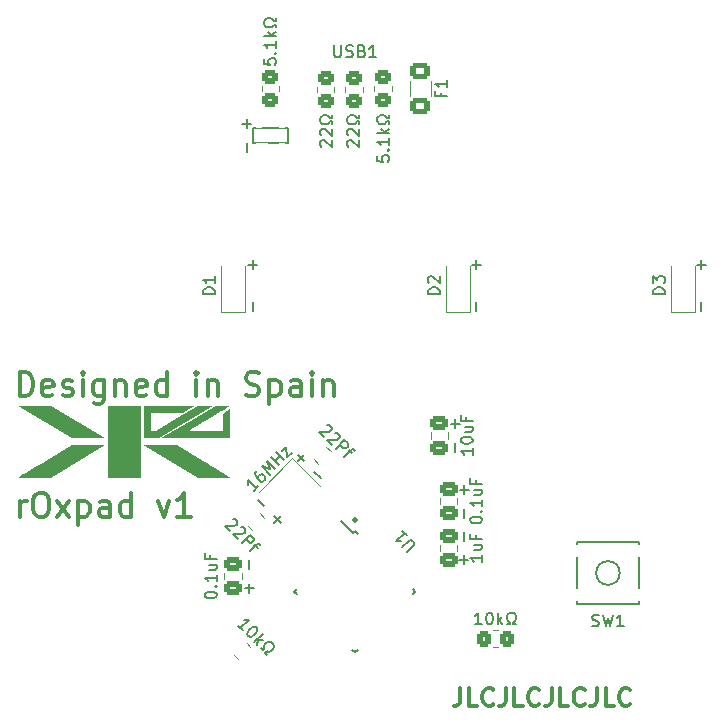
<source format=gbr>
%TF.GenerationSoftware,KiCad,Pcbnew,6.0.9*%
%TF.CreationDate,2022-12-09T21:33:21+01:00*%
%TF.ProjectId,rOxpad,724f7870-6164-42e6-9b69-6361645f7063,rev?*%
%TF.SameCoordinates,Original*%
%TF.FileFunction,Legend,Top*%
%TF.FilePolarity,Positive*%
%FSLAX46Y46*%
G04 Gerber Fmt 4.6, Leading zero omitted, Abs format (unit mm)*
G04 Created by KiCad (PCBNEW 6.0.9) date 2022-12-09 21:33:21*
%MOMM*%
%LPD*%
G01*
G04 APERTURE LIST*
G04 Aperture macros list*
%AMRoundRect*
0 Rectangle with rounded corners*
0 $1 Rounding radius*
0 $2 $3 $4 $5 $6 $7 $8 $9 X,Y pos of 4 corners*
0 Add a 4 corners polygon primitive as box body*
4,1,4,$2,$3,$4,$5,$6,$7,$8,$9,$2,$3,0*
0 Add four circle primitives for the rounded corners*
1,1,$1+$1,$2,$3*
1,1,$1+$1,$4,$5*
1,1,$1+$1,$6,$7*
1,1,$1+$1,$8,$9*
0 Add four rect primitives between the rounded corners*
20,1,$1+$1,$2,$3,$4,$5,0*
20,1,$1+$1,$4,$5,$6,$7,0*
20,1,$1+$1,$6,$7,$8,$9,0*
20,1,$1+$1,$8,$9,$2,$3,0*%
%AMRotRect*
0 Rectangle, with rotation*
0 The origin of the aperture is its center*
0 $1 length*
0 $2 width*
0 $3 Rotation angle, in degrees counterclockwise*
0 Add horizontal line*
21,1,$1,$2,0,0,$3*%
G04 Aperture macros list end*
%ADD10C,0.150000*%
%ADD11C,0.300000*%
%ADD12C,0.120000*%
%ADD13R,1.800000X1.100000*%
%ADD14RoundRect,0.250000X-0.450000X0.350000X-0.450000X-0.350000X0.450000X-0.350000X0.450000X0.350000X0*%
%ADD15R,1.200000X0.900000*%
%ADD16RoundRect,0.250000X0.475000X-0.337500X0.475000X0.337500X-0.475000X0.337500X-0.475000X-0.337500X0*%
%ADD17RoundRect,0.250000X-0.574524X-0.097227X-0.097227X-0.574524X0.574524X0.097227X0.097227X0.574524X0*%
%ADD18RoundRect,0.250000X0.350000X0.450000X-0.350000X0.450000X-0.350000X-0.450000X0.350000X-0.450000X0*%
%ADD19RoundRect,0.250000X0.565685X0.070711X0.070711X0.565685X-0.565685X-0.070711X-0.070711X-0.565685X0*%
%ADD20RotRect,1.400000X1.200000X225.000000*%
%ADD21R,1.000000X0.700000*%
%ADD22R,0.600000X0.700000*%
%ADD23RoundRect,0.250000X-0.475000X0.337500X-0.475000X-0.337500X0.475000X-0.337500X0.475000X0.337500X0*%
%ADD24RotRect,1.600000X0.550000X315.000000*%
%ADD25RotRect,1.600000X0.550000X45.000000*%
%ADD26RoundRect,0.250000X0.574524X0.097227X0.097227X0.574524X-0.574524X-0.097227X-0.097227X-0.574524X0*%
%ADD27RoundRect,0.250001X-0.624999X0.462499X-0.624999X-0.462499X0.624999X-0.462499X0.624999X0.462499X0*%
%ADD28C,0.650000*%
%ADD29R,0.600000X2.450000*%
%ADD30R,0.300000X2.450000*%
%ADD31C,3.987800*%
%ADD32C,1.750000*%
%ADD33C,3.300000*%
G04 APERTURE END LIST*
D10*
X104277988Y-105192973D02*
X103739240Y-104654225D01*
X102863774Y-103778759D02*
X102325026Y-103240011D01*
X102863774Y-103240011D02*
X102325026Y-103778759D01*
D11*
X78789285Y-98250261D02*
X78789285Y-96250261D01*
X79265476Y-96250261D01*
X79551190Y-96345500D01*
X79741666Y-96535976D01*
X79836904Y-96726452D01*
X79932142Y-97107404D01*
X79932142Y-97393119D01*
X79836904Y-97774071D01*
X79741666Y-97964547D01*
X79551190Y-98155023D01*
X79265476Y-98250261D01*
X78789285Y-98250261D01*
X81551190Y-98155023D02*
X81360714Y-98250261D01*
X80979761Y-98250261D01*
X80789285Y-98155023D01*
X80694047Y-97964547D01*
X80694047Y-97202642D01*
X80789285Y-97012166D01*
X80979761Y-96916928D01*
X81360714Y-96916928D01*
X81551190Y-97012166D01*
X81646428Y-97202642D01*
X81646428Y-97393119D01*
X80694047Y-97583595D01*
X82408333Y-98155023D02*
X82598809Y-98250261D01*
X82979761Y-98250261D01*
X83170238Y-98155023D01*
X83265476Y-97964547D01*
X83265476Y-97869309D01*
X83170238Y-97678833D01*
X82979761Y-97583595D01*
X82694047Y-97583595D01*
X82503571Y-97488357D01*
X82408333Y-97297880D01*
X82408333Y-97202642D01*
X82503571Y-97012166D01*
X82694047Y-96916928D01*
X82979761Y-96916928D01*
X83170238Y-97012166D01*
X84122619Y-98250261D02*
X84122619Y-96916928D01*
X84122619Y-96250261D02*
X84027380Y-96345500D01*
X84122619Y-96440738D01*
X84217857Y-96345500D01*
X84122619Y-96250261D01*
X84122619Y-96440738D01*
X85932142Y-96916928D02*
X85932142Y-98535976D01*
X85836904Y-98726452D01*
X85741666Y-98821690D01*
X85551190Y-98916928D01*
X85265476Y-98916928D01*
X85075000Y-98821690D01*
X85932142Y-98155023D02*
X85741666Y-98250261D01*
X85360714Y-98250261D01*
X85170238Y-98155023D01*
X85075000Y-98059785D01*
X84979761Y-97869309D01*
X84979761Y-97297880D01*
X85075000Y-97107404D01*
X85170238Y-97012166D01*
X85360714Y-96916928D01*
X85741666Y-96916928D01*
X85932142Y-97012166D01*
X86884523Y-96916928D02*
X86884523Y-98250261D01*
X86884523Y-97107404D02*
X86979761Y-97012166D01*
X87170238Y-96916928D01*
X87455952Y-96916928D01*
X87646428Y-97012166D01*
X87741666Y-97202642D01*
X87741666Y-98250261D01*
X89455952Y-98155023D02*
X89265476Y-98250261D01*
X88884523Y-98250261D01*
X88694047Y-98155023D01*
X88598809Y-97964547D01*
X88598809Y-97202642D01*
X88694047Y-97012166D01*
X88884523Y-96916928D01*
X89265476Y-96916928D01*
X89455952Y-97012166D01*
X89551190Y-97202642D01*
X89551190Y-97393119D01*
X88598809Y-97583595D01*
X91265476Y-98250261D02*
X91265476Y-96250261D01*
X91265476Y-98155023D02*
X91075000Y-98250261D01*
X90694047Y-98250261D01*
X90503571Y-98155023D01*
X90408333Y-98059785D01*
X90313095Y-97869309D01*
X90313095Y-97297880D01*
X90408333Y-97107404D01*
X90503571Y-97012166D01*
X90694047Y-96916928D01*
X91075000Y-96916928D01*
X91265476Y-97012166D01*
X93741666Y-98250261D02*
X93741666Y-96916928D01*
X93741666Y-96250261D02*
X93646428Y-96345500D01*
X93741666Y-96440738D01*
X93836904Y-96345500D01*
X93741666Y-96250261D01*
X93741666Y-96440738D01*
X94694047Y-96916928D02*
X94694047Y-98250261D01*
X94694047Y-97107404D02*
X94789285Y-97012166D01*
X94979761Y-96916928D01*
X95265476Y-96916928D01*
X95455952Y-97012166D01*
X95551190Y-97202642D01*
X95551190Y-98250261D01*
X97932142Y-98155023D02*
X98217857Y-98250261D01*
X98694047Y-98250261D01*
X98884523Y-98155023D01*
X98979761Y-98059785D01*
X99075000Y-97869309D01*
X99075000Y-97678833D01*
X98979761Y-97488357D01*
X98884523Y-97393119D01*
X98694047Y-97297880D01*
X98313095Y-97202642D01*
X98122619Y-97107404D01*
X98027380Y-97012166D01*
X97932142Y-96821690D01*
X97932142Y-96631214D01*
X98027380Y-96440738D01*
X98122619Y-96345500D01*
X98313095Y-96250261D01*
X98789285Y-96250261D01*
X99075000Y-96345500D01*
X99932142Y-96916928D02*
X99932142Y-98916928D01*
X99932142Y-97012166D02*
X100122619Y-96916928D01*
X100503571Y-96916928D01*
X100694047Y-97012166D01*
X100789285Y-97107404D01*
X100884523Y-97297880D01*
X100884523Y-97869309D01*
X100789285Y-98059785D01*
X100694047Y-98155023D01*
X100503571Y-98250261D01*
X100122619Y-98250261D01*
X99932142Y-98155023D01*
X102598809Y-98250261D02*
X102598809Y-97202642D01*
X102503571Y-97012166D01*
X102313095Y-96916928D01*
X101932142Y-96916928D01*
X101741666Y-97012166D01*
X102598809Y-98155023D02*
X102408333Y-98250261D01*
X101932142Y-98250261D01*
X101741666Y-98155023D01*
X101646428Y-97964547D01*
X101646428Y-97774071D01*
X101741666Y-97583595D01*
X101932142Y-97488357D01*
X102408333Y-97488357D01*
X102598809Y-97393119D01*
X103551190Y-98250261D02*
X103551190Y-96916928D01*
X103551190Y-96250261D02*
X103455952Y-96345500D01*
X103551190Y-96440738D01*
X103646428Y-96345500D01*
X103551190Y-96250261D01*
X103551190Y-96440738D01*
X104503571Y-96916928D02*
X104503571Y-98250261D01*
X104503571Y-97107404D02*
X104598809Y-97012166D01*
X104789285Y-96916928D01*
X105075000Y-96916928D01*
X105265476Y-97012166D01*
X105360714Y-97202642D01*
X105360714Y-98250261D01*
D10*
X98922011Y-107024026D02*
X99460759Y-107562774D01*
X100336225Y-108438240D02*
X100874973Y-108976988D01*
X100336225Y-108976988D02*
X100874973Y-108438240D01*
X116387571Y-109744047D02*
X116387571Y-110505952D01*
X116387571Y-111744047D02*
X116387571Y-112505952D01*
X116006619Y-112125000D02*
X116768523Y-112125000D01*
X98496428Y-91042857D02*
X98496428Y-90280952D01*
X98496428Y-87519047D02*
X98496428Y-86757142D01*
X98877380Y-87138095D02*
X98115476Y-87138095D01*
X117419428Y-91042857D02*
X117419428Y-90280952D01*
X117419428Y-87519047D02*
X117419428Y-86757142D01*
X117800380Y-87138095D02*
X117038476Y-87138095D01*
X97988428Y-77580952D02*
X97988428Y-76819047D01*
X97988428Y-75580952D02*
X97988428Y-74819047D01*
X98369380Y-75200000D02*
X97607476Y-75200000D01*
D11*
X78788523Y-108473761D02*
X78788523Y-107140428D01*
X78788523Y-107521380D02*
X78883761Y-107330904D01*
X78979000Y-107235666D01*
X79169476Y-107140428D01*
X79359952Y-107140428D01*
X80407571Y-106473761D02*
X80788523Y-106473761D01*
X80979000Y-106569000D01*
X81169476Y-106759476D01*
X81264714Y-107140428D01*
X81264714Y-107807095D01*
X81169476Y-108188047D01*
X80979000Y-108378523D01*
X80788523Y-108473761D01*
X80407571Y-108473761D01*
X80217095Y-108378523D01*
X80026619Y-108188047D01*
X79931380Y-107807095D01*
X79931380Y-107140428D01*
X80026619Y-106759476D01*
X80217095Y-106569000D01*
X80407571Y-106473761D01*
X81931380Y-108473761D02*
X82979000Y-107140428D01*
X81931380Y-107140428D02*
X82979000Y-108473761D01*
X83740904Y-107140428D02*
X83740904Y-109140428D01*
X83740904Y-107235666D02*
X83931380Y-107140428D01*
X84312333Y-107140428D01*
X84502809Y-107235666D01*
X84598047Y-107330904D01*
X84693285Y-107521380D01*
X84693285Y-108092809D01*
X84598047Y-108283285D01*
X84502809Y-108378523D01*
X84312333Y-108473761D01*
X83931380Y-108473761D01*
X83740904Y-108378523D01*
X86407571Y-108473761D02*
X86407571Y-107426142D01*
X86312333Y-107235666D01*
X86121857Y-107140428D01*
X85740904Y-107140428D01*
X85550428Y-107235666D01*
X86407571Y-108378523D02*
X86217095Y-108473761D01*
X85740904Y-108473761D01*
X85550428Y-108378523D01*
X85455190Y-108188047D01*
X85455190Y-107997571D01*
X85550428Y-107807095D01*
X85740904Y-107711857D01*
X86217095Y-107711857D01*
X86407571Y-107616619D01*
X88217095Y-108473761D02*
X88217095Y-106473761D01*
X88217095Y-108378523D02*
X88026619Y-108473761D01*
X87645666Y-108473761D01*
X87455190Y-108378523D01*
X87359952Y-108283285D01*
X87264714Y-108092809D01*
X87264714Y-107521380D01*
X87359952Y-107330904D01*
X87455190Y-107235666D01*
X87645666Y-107140428D01*
X88026619Y-107140428D01*
X88217095Y-107235666D01*
X90502809Y-107140428D02*
X90979000Y-108473761D01*
X91455190Y-107140428D01*
X93264714Y-108473761D02*
X92121857Y-108473761D01*
X92693285Y-108473761D02*
X92693285Y-106473761D01*
X92502809Y-106759476D01*
X92312333Y-106949952D01*
X92121857Y-107045190D01*
D10*
X98226571Y-112157047D02*
X98226571Y-112918952D01*
X98226571Y-114157047D02*
X98226571Y-114918952D01*
X97845619Y-114538000D02*
X98607523Y-114538000D01*
D11*
X116102678Y-123003571D02*
X116102678Y-124075000D01*
X116031250Y-124289285D01*
X115888392Y-124432142D01*
X115674107Y-124503571D01*
X115531250Y-124503571D01*
X117531250Y-124503571D02*
X116816964Y-124503571D01*
X116816964Y-123003571D01*
X118888392Y-124360714D02*
X118816964Y-124432142D01*
X118602678Y-124503571D01*
X118459821Y-124503571D01*
X118245535Y-124432142D01*
X118102678Y-124289285D01*
X118031250Y-124146428D01*
X117959821Y-123860714D01*
X117959821Y-123646428D01*
X118031250Y-123360714D01*
X118102678Y-123217857D01*
X118245535Y-123075000D01*
X118459821Y-123003571D01*
X118602678Y-123003571D01*
X118816964Y-123075000D01*
X118888392Y-123146428D01*
X119959821Y-123003571D02*
X119959821Y-124075000D01*
X119888392Y-124289285D01*
X119745535Y-124432142D01*
X119531250Y-124503571D01*
X119388392Y-124503571D01*
X121388392Y-124503571D02*
X120674107Y-124503571D01*
X120674107Y-123003571D01*
X122745535Y-124360714D02*
X122674107Y-124432142D01*
X122459821Y-124503571D01*
X122316964Y-124503571D01*
X122102678Y-124432142D01*
X121959821Y-124289285D01*
X121888392Y-124146428D01*
X121816964Y-123860714D01*
X121816964Y-123646428D01*
X121888392Y-123360714D01*
X121959821Y-123217857D01*
X122102678Y-123075000D01*
X122316964Y-123003571D01*
X122459821Y-123003571D01*
X122674107Y-123075000D01*
X122745535Y-123146428D01*
X123816964Y-123003571D02*
X123816964Y-124075000D01*
X123745535Y-124289285D01*
X123602678Y-124432142D01*
X123388392Y-124503571D01*
X123245535Y-124503571D01*
X125245535Y-124503571D02*
X124531250Y-124503571D01*
X124531250Y-123003571D01*
X126602678Y-124360714D02*
X126531250Y-124432142D01*
X126316964Y-124503571D01*
X126174107Y-124503571D01*
X125959821Y-124432142D01*
X125816964Y-124289285D01*
X125745535Y-124146428D01*
X125674107Y-123860714D01*
X125674107Y-123646428D01*
X125745535Y-123360714D01*
X125816964Y-123217857D01*
X125959821Y-123075000D01*
X126174107Y-123003571D01*
X126316964Y-123003571D01*
X126531250Y-123075000D01*
X126602678Y-123146428D01*
X127674107Y-123003571D02*
X127674107Y-124075000D01*
X127602678Y-124289285D01*
X127459821Y-124432142D01*
X127245535Y-124503571D01*
X127102678Y-124503571D01*
X129102678Y-124503571D02*
X128388392Y-124503571D01*
X128388392Y-123003571D01*
X130459821Y-124360714D02*
X130388392Y-124432142D01*
X130174107Y-124503571D01*
X130031250Y-124503571D01*
X129816964Y-124432142D01*
X129674107Y-124289285D01*
X129602678Y-124146428D01*
X129531250Y-123860714D01*
X129531250Y-123646428D01*
X129602678Y-123360714D01*
X129674107Y-123217857D01*
X129816964Y-123075000D01*
X130031250Y-123003571D01*
X130174107Y-123003571D01*
X130388392Y-123075000D01*
X130459821Y-123146428D01*
D10*
X136469428Y-91042857D02*
X136469428Y-90280952D01*
X136469428Y-87519047D02*
X136469428Y-86757142D01*
X136850380Y-87138095D02*
X136088476Y-87138095D01*
D11*
X107156250Y-108664285D02*
X107251488Y-108759523D01*
X107156250Y-108854761D01*
X107061011Y-108759523D01*
X107156250Y-108664285D01*
X107156250Y-108854761D01*
D10*
X116403428Y-108568952D02*
X116403428Y-107807047D01*
X116403428Y-106568952D02*
X116403428Y-105807047D01*
X116784380Y-106188000D02*
X116022476Y-106188000D01*
X115641428Y-102980952D02*
X115641428Y-102219047D01*
X115641428Y-100980952D02*
X115641428Y-100219047D01*
X116022380Y-100600000D02*
X115260476Y-100600000D01*
%TO.C,SW1*%
X127254166Y-117712511D02*
X127397023Y-117760130D01*
X127635119Y-117760130D01*
X127730357Y-117712511D01*
X127777976Y-117664892D01*
X127825595Y-117569654D01*
X127825595Y-117474416D01*
X127777976Y-117379178D01*
X127730357Y-117331559D01*
X127635119Y-117283940D01*
X127444642Y-117236321D01*
X127349404Y-117188702D01*
X127301785Y-117141083D01*
X127254166Y-117045845D01*
X127254166Y-116950607D01*
X127301785Y-116855369D01*
X127349404Y-116807750D01*
X127444642Y-116760130D01*
X127682738Y-116760130D01*
X127825595Y-116807750D01*
X128158928Y-116760130D02*
X128397023Y-117760130D01*
X128587500Y-117045845D01*
X128777976Y-117760130D01*
X129016071Y-116760130D01*
X129920833Y-117760130D02*
X129349404Y-117760130D01*
X129635119Y-117760130D02*
X129635119Y-116760130D01*
X129539880Y-116902988D01*
X129444642Y-116998226D01*
X129349404Y-117045845D01*
%TO.C,R6*%
X99464880Y-69714880D02*
X99464880Y-70191071D01*
X99941071Y-70238690D01*
X99893452Y-70191071D01*
X99845833Y-70095833D01*
X99845833Y-69857738D01*
X99893452Y-69762500D01*
X99941071Y-69714880D01*
X100036309Y-69667261D01*
X100274404Y-69667261D01*
X100369642Y-69714880D01*
X100417261Y-69762500D01*
X100464880Y-69857738D01*
X100464880Y-70095833D01*
X100417261Y-70191071D01*
X100369642Y-70238690D01*
X100369642Y-69238690D02*
X100417261Y-69191071D01*
X100464880Y-69238690D01*
X100417261Y-69286309D01*
X100369642Y-69238690D01*
X100464880Y-69238690D01*
X100464880Y-68238690D02*
X100464880Y-68810119D01*
X100464880Y-68524404D02*
X99464880Y-68524404D01*
X99607738Y-68619642D01*
X99702976Y-68714880D01*
X99750595Y-68810119D01*
X100464880Y-67810119D02*
X99464880Y-67810119D01*
X100083928Y-67714880D02*
X100464880Y-67429166D01*
X99798214Y-67429166D02*
X100179166Y-67810119D01*
X100464880Y-67048214D02*
X100464880Y-66810119D01*
X100274404Y-66810119D01*
X100226785Y-66905357D01*
X100131547Y-67000595D01*
X99988690Y-67048214D01*
X99750595Y-67048214D01*
X99607738Y-67000595D01*
X99512500Y-66905357D01*
X99464880Y-66762500D01*
X99464880Y-66572023D01*
X99512500Y-66429166D01*
X99607738Y-66333928D01*
X99750595Y-66286309D01*
X99988690Y-66286309D01*
X100131547Y-66333928D01*
X100226785Y-66429166D01*
X100274404Y-66524404D01*
X100464880Y-66524404D01*
X100464880Y-66286309D01*
%TO.C,D2*%
X114339880Y-89638095D02*
X113339880Y-89638095D01*
X113339880Y-89400000D01*
X113387500Y-89257142D01*
X113482738Y-89161904D01*
X113577976Y-89114285D01*
X113768452Y-89066666D01*
X113911309Y-89066666D01*
X114101785Y-89114285D01*
X114197023Y-89161904D01*
X114292261Y-89257142D01*
X114339880Y-89400000D01*
X114339880Y-89638095D01*
X113435119Y-88685714D02*
X113387500Y-88638095D01*
X113339880Y-88542857D01*
X113339880Y-88304761D01*
X113387500Y-88209523D01*
X113435119Y-88161904D01*
X113530357Y-88114285D01*
X113625595Y-88114285D01*
X113768452Y-88161904D01*
X114339880Y-88733333D01*
X114339880Y-88114285D01*
%TO.C,C1*%
X117927380Y-111720238D02*
X117927380Y-112291666D01*
X117927380Y-112005952D02*
X116927380Y-112005952D01*
X117070238Y-112101190D01*
X117165476Y-112196428D01*
X117213095Y-112291666D01*
X117260714Y-110863095D02*
X117927380Y-110863095D01*
X117260714Y-111291666D02*
X117784523Y-111291666D01*
X117879761Y-111244047D01*
X117927380Y-111148809D01*
X117927380Y-111005952D01*
X117879761Y-110910714D01*
X117832142Y-110863095D01*
X117403571Y-110053571D02*
X117403571Y-110386904D01*
X117927380Y-110386904D02*
X116927380Y-110386904D01*
X116927380Y-109910714D01*
%TO.C,C3*%
X96831280Y-108680055D02*
X96898624Y-108680055D01*
X96999639Y-108713727D01*
X97167998Y-108882085D01*
X97201669Y-108983101D01*
X97201669Y-109050444D01*
X97167998Y-109151459D01*
X97100654Y-109218803D01*
X96965967Y-109286146D01*
X96157845Y-109286146D01*
X96595578Y-109723879D01*
X97504715Y-109353490D02*
X97572059Y-109353490D01*
X97673074Y-109387162D01*
X97841433Y-109555520D01*
X97875105Y-109656536D01*
X97875105Y-109723879D01*
X97841433Y-109824894D01*
X97774089Y-109892238D01*
X97639402Y-109959581D01*
X96831280Y-109959581D01*
X97269013Y-110397314D01*
X97572059Y-110700360D02*
X98279166Y-109993253D01*
X98548540Y-110262627D01*
X98582211Y-110363643D01*
X98582211Y-110430986D01*
X98548540Y-110532001D01*
X98447524Y-110633017D01*
X98346509Y-110666688D01*
X98279166Y-110666688D01*
X98178150Y-110633017D01*
X97908776Y-110363643D01*
X98649555Y-110835047D02*
X98918929Y-111104421D01*
X98279166Y-111407467D02*
X98885257Y-110801375D01*
X98986272Y-110767704D01*
X99087288Y-110801375D01*
X99154631Y-110868719D01*
%TO.C,R3*%
X117895833Y-117602380D02*
X117324404Y-117602380D01*
X117610119Y-117602380D02*
X117610119Y-116602380D01*
X117514880Y-116745238D01*
X117419642Y-116840476D01*
X117324404Y-116888095D01*
X118514880Y-116602380D02*
X118610119Y-116602380D01*
X118705357Y-116650000D01*
X118752976Y-116697619D01*
X118800595Y-116792857D01*
X118848214Y-116983333D01*
X118848214Y-117221428D01*
X118800595Y-117411904D01*
X118752976Y-117507142D01*
X118705357Y-117554761D01*
X118610119Y-117602380D01*
X118514880Y-117602380D01*
X118419642Y-117554761D01*
X118372023Y-117507142D01*
X118324404Y-117411904D01*
X118276785Y-117221428D01*
X118276785Y-116983333D01*
X118324404Y-116792857D01*
X118372023Y-116697619D01*
X118419642Y-116650000D01*
X118514880Y-116602380D01*
X119276785Y-117602380D02*
X119276785Y-116602380D01*
X119372023Y-117221428D02*
X119657738Y-117602380D01*
X119657738Y-116935714D02*
X119276785Y-117316666D01*
X120038690Y-117602380D02*
X120276785Y-117602380D01*
X120276785Y-117411904D01*
X120181547Y-117364285D01*
X120086309Y-117269047D01*
X120038690Y-117126190D01*
X120038690Y-116888095D01*
X120086309Y-116745238D01*
X120181547Y-116650000D01*
X120324404Y-116602380D01*
X120514880Y-116602380D01*
X120657738Y-116650000D01*
X120752976Y-116745238D01*
X120800595Y-116888095D01*
X120800595Y-117126190D01*
X120752976Y-117269047D01*
X120657738Y-117364285D01*
X120562500Y-117411904D01*
X120562500Y-117602380D01*
X120800595Y-117602380D01*
%TO.C,R4*%
X97661160Y-118112923D02*
X97257099Y-117708862D01*
X97459129Y-117910893D02*
X98166236Y-117203786D01*
X97997877Y-117237458D01*
X97863190Y-117237458D01*
X97762175Y-117203786D01*
X98806000Y-117843549D02*
X98873343Y-117910893D01*
X98907015Y-118011908D01*
X98907015Y-118079251D01*
X98873343Y-118180267D01*
X98772328Y-118348625D01*
X98603969Y-118516984D01*
X98435610Y-118618000D01*
X98334595Y-118651671D01*
X98267251Y-118651671D01*
X98166236Y-118618000D01*
X98098893Y-118550656D01*
X98065221Y-118449641D01*
X98065221Y-118382297D01*
X98098893Y-118281282D01*
X98199908Y-118112923D01*
X98368267Y-117944564D01*
X98536625Y-117843549D01*
X98637641Y-117809877D01*
X98704984Y-117809877D01*
X98806000Y-117843549D01*
X98637641Y-119089404D02*
X99344748Y-118382297D01*
X98974358Y-118887374D02*
X98907015Y-119358778D01*
X99378419Y-118887374D02*
X98839671Y-118887374D01*
X99176389Y-119628152D02*
X99344748Y-119796511D01*
X99479435Y-119661824D01*
X99445763Y-119560809D01*
X99445763Y-119426122D01*
X99513106Y-119291435D01*
X99681465Y-119123076D01*
X99816152Y-119055732D01*
X99950839Y-119055732D01*
X100085526Y-119123076D01*
X100220213Y-119257763D01*
X100287557Y-119392450D01*
X100287557Y-119527137D01*
X100220213Y-119661824D01*
X100051854Y-119830183D01*
X99917167Y-119897526D01*
X99782480Y-119897526D01*
X99681465Y-119863854D01*
X99546778Y-119998541D01*
X99715137Y-120166900D01*
%TO.C,R2*%
X106608619Y-77152333D02*
X106561000Y-77104714D01*
X106513380Y-77009476D01*
X106513380Y-76771380D01*
X106561000Y-76676142D01*
X106608619Y-76628523D01*
X106703857Y-76580904D01*
X106799095Y-76580904D01*
X106941952Y-76628523D01*
X107513380Y-77199952D01*
X107513380Y-76580904D01*
X106608619Y-76199952D02*
X106561000Y-76152333D01*
X106513380Y-76057095D01*
X106513380Y-75819000D01*
X106561000Y-75723761D01*
X106608619Y-75676142D01*
X106703857Y-75628523D01*
X106799095Y-75628523D01*
X106941952Y-75676142D01*
X107513380Y-76247571D01*
X107513380Y-75628523D01*
X107513380Y-75247571D02*
X107513380Y-75009476D01*
X107322904Y-75009476D01*
X107275285Y-75104714D01*
X107180047Y-75199952D01*
X107037190Y-75247571D01*
X106799095Y-75247571D01*
X106656238Y-75199952D01*
X106561000Y-75104714D01*
X106513380Y-74961857D01*
X106513380Y-74771380D01*
X106561000Y-74628523D01*
X106656238Y-74533285D01*
X106799095Y-74485666D01*
X107037190Y-74485666D01*
X107180047Y-74533285D01*
X107275285Y-74628523D01*
X107322904Y-74723761D01*
X107513380Y-74723761D01*
X107513380Y-74485666D01*
%TO.C,Y1*%
X98992122Y-105882816D02*
X98588061Y-106286877D01*
X98790091Y-106084847D02*
X98082985Y-105377740D01*
X98116656Y-105546099D01*
X98116656Y-105680786D01*
X98082985Y-105781801D01*
X98891107Y-104569618D02*
X98756420Y-104704305D01*
X98722748Y-104805320D01*
X98722748Y-104872664D01*
X98756420Y-105041023D01*
X98857435Y-105209381D01*
X99126809Y-105478755D01*
X99227824Y-105512427D01*
X99295168Y-105512427D01*
X99396183Y-105478755D01*
X99530870Y-105344068D01*
X99564542Y-105243053D01*
X99564542Y-105175710D01*
X99530870Y-105074694D01*
X99362511Y-104906336D01*
X99261496Y-104872664D01*
X99194152Y-104872664D01*
X99093137Y-104906336D01*
X98958450Y-105041023D01*
X98924778Y-105142038D01*
X98924778Y-105209381D01*
X98958450Y-105310397D01*
X99968603Y-104906336D02*
X99261496Y-104199229D01*
X100002275Y-104468603D01*
X99732900Y-103727824D01*
X100440007Y-104434931D01*
X100776725Y-104098213D02*
X100069618Y-103391107D01*
X100406336Y-103727824D02*
X100810397Y-103323763D01*
X101180786Y-103694152D02*
X100473679Y-102987046D01*
X100978755Y-102953374D02*
X101349145Y-102582985D01*
X101450160Y-103424778D01*
X101820549Y-103054389D01*
%TO.C,D1*%
X95289880Y-89638095D02*
X94289880Y-89638095D01*
X94289880Y-89400000D01*
X94337500Y-89257142D01*
X94432738Y-89161904D01*
X94527976Y-89114285D01*
X94718452Y-89066666D01*
X94861309Y-89066666D01*
X95051785Y-89114285D01*
X95147023Y-89161904D01*
X95242261Y-89257142D01*
X95289880Y-89400000D01*
X95289880Y-89638095D01*
X95289880Y-88114285D02*
X95289880Y-88685714D01*
X95289880Y-88400000D02*
X94289880Y-88400000D01*
X94432738Y-88495238D01*
X94527976Y-88590476D01*
X94575595Y-88685714D01*
%TO.C,R1*%
X104322619Y-77152333D02*
X104275000Y-77104714D01*
X104227380Y-77009476D01*
X104227380Y-76771380D01*
X104275000Y-76676142D01*
X104322619Y-76628523D01*
X104417857Y-76580904D01*
X104513095Y-76580904D01*
X104655952Y-76628523D01*
X105227380Y-77199952D01*
X105227380Y-76580904D01*
X104322619Y-76199952D02*
X104275000Y-76152333D01*
X104227380Y-76057095D01*
X104227380Y-75819000D01*
X104275000Y-75723761D01*
X104322619Y-75676142D01*
X104417857Y-75628523D01*
X104513095Y-75628523D01*
X104655952Y-75676142D01*
X105227380Y-76247571D01*
X105227380Y-75628523D01*
X105227380Y-75247571D02*
X105227380Y-75009476D01*
X105036904Y-75009476D01*
X104989285Y-75104714D01*
X104894047Y-75199952D01*
X104751190Y-75247571D01*
X104513095Y-75247571D01*
X104370238Y-75199952D01*
X104275000Y-75104714D01*
X104227380Y-74961857D01*
X104227380Y-74771380D01*
X104275000Y-74628523D01*
X104370238Y-74533285D01*
X104513095Y-74485666D01*
X104751190Y-74485666D01*
X104894047Y-74533285D01*
X104989285Y-74628523D01*
X105036904Y-74723761D01*
X105227380Y-74723761D01*
X105227380Y-74485666D01*
%TO.C,C7*%
X117133630Y-102671428D02*
X117133630Y-103242857D01*
X117133630Y-102957142D02*
X116133630Y-102957142D01*
X116276488Y-103052380D01*
X116371726Y-103147619D01*
X116419345Y-103242857D01*
X116133630Y-102052380D02*
X116133630Y-101957142D01*
X116181250Y-101861904D01*
X116228869Y-101814285D01*
X116324107Y-101766666D01*
X116514583Y-101719047D01*
X116752678Y-101719047D01*
X116943154Y-101766666D01*
X117038392Y-101814285D01*
X117086011Y-101861904D01*
X117133630Y-101957142D01*
X117133630Y-102052380D01*
X117086011Y-102147619D01*
X117038392Y-102195238D01*
X116943154Y-102242857D01*
X116752678Y-102290476D01*
X116514583Y-102290476D01*
X116324107Y-102242857D01*
X116228869Y-102195238D01*
X116181250Y-102147619D01*
X116133630Y-102052380D01*
X116466964Y-100861904D02*
X117133630Y-100861904D01*
X116466964Y-101290476D02*
X116990773Y-101290476D01*
X117086011Y-101242857D01*
X117133630Y-101147619D01*
X117133630Y-101004761D01*
X117086011Y-100909523D01*
X117038392Y-100861904D01*
X116609821Y-100052380D02*
X116609821Y-100385714D01*
X117133630Y-100385714D02*
X116133630Y-100385714D01*
X116133630Y-99909523D01*
%TO.C,U1*%
X111585768Y-111479227D02*
X112158188Y-110906807D01*
X112191860Y-110805792D01*
X112191860Y-110738448D01*
X112158188Y-110637433D01*
X112023501Y-110502746D01*
X111922486Y-110469074D01*
X111855142Y-110469074D01*
X111754127Y-110502746D01*
X111181707Y-111075166D01*
X111181707Y-109660952D02*
X111585768Y-110065013D01*
X111383738Y-109862983D02*
X110676631Y-110570089D01*
X110844990Y-110536418D01*
X110979677Y-110536418D01*
X111080692Y-110570089D01*
%TO.C,C4*%
X94448380Y-115149107D02*
X94448380Y-115053869D01*
X94496000Y-114958630D01*
X94543619Y-114911011D01*
X94638857Y-114863392D01*
X94829333Y-114815773D01*
X95067428Y-114815773D01*
X95257904Y-114863392D01*
X95353142Y-114911011D01*
X95400761Y-114958630D01*
X95448380Y-115053869D01*
X95448380Y-115149107D01*
X95400761Y-115244345D01*
X95353142Y-115291964D01*
X95257904Y-115339583D01*
X95067428Y-115387202D01*
X94829333Y-115387202D01*
X94638857Y-115339583D01*
X94543619Y-115291964D01*
X94496000Y-115244345D01*
X94448380Y-115149107D01*
X95353142Y-114387202D02*
X95400761Y-114339583D01*
X95448380Y-114387202D01*
X95400761Y-114434821D01*
X95353142Y-114387202D01*
X95448380Y-114387202D01*
X95448380Y-113387202D02*
X95448380Y-113958630D01*
X95448380Y-113672916D02*
X94448380Y-113672916D01*
X94591238Y-113768154D01*
X94686476Y-113863392D01*
X94734095Y-113958630D01*
X94781714Y-112530059D02*
X95448380Y-112530059D01*
X94781714Y-112958630D02*
X95305523Y-112958630D01*
X95400761Y-112911011D01*
X95448380Y-112815773D01*
X95448380Y-112672916D01*
X95400761Y-112577678D01*
X95353142Y-112530059D01*
X94924571Y-111720535D02*
X94924571Y-112053869D01*
X95448380Y-112053869D02*
X94448380Y-112053869D01*
X94448380Y-111577678D01*
%TO.C,D3*%
X133389880Y-89638095D02*
X132389880Y-89638095D01*
X132389880Y-89400000D01*
X132437500Y-89257142D01*
X132532738Y-89161904D01*
X132627976Y-89114285D01*
X132818452Y-89066666D01*
X132961309Y-89066666D01*
X133151785Y-89114285D01*
X133247023Y-89161904D01*
X133342261Y-89257142D01*
X133389880Y-89400000D01*
X133389880Y-89638095D01*
X132389880Y-88733333D02*
X132389880Y-88114285D01*
X132770833Y-88447619D01*
X132770833Y-88304761D01*
X132818452Y-88209523D01*
X132866071Y-88161904D01*
X132961309Y-88114285D01*
X133199404Y-88114285D01*
X133294642Y-88161904D01*
X133342261Y-88209523D01*
X133389880Y-88304761D01*
X133389880Y-88590476D01*
X133342261Y-88685714D01*
X133294642Y-88733333D01*
%TO.C,C2*%
X104819818Y-100691517D02*
X104887162Y-100691517D01*
X104988177Y-100725189D01*
X105156536Y-100893547D01*
X105190207Y-100994563D01*
X105190207Y-101061906D01*
X105156536Y-101162921D01*
X105089192Y-101230265D01*
X104954505Y-101297608D01*
X104146383Y-101297608D01*
X104584116Y-101735341D01*
X105493253Y-101364952D02*
X105560597Y-101364952D01*
X105661612Y-101398624D01*
X105829971Y-101566982D01*
X105863643Y-101667998D01*
X105863643Y-101735341D01*
X105829971Y-101836356D01*
X105762627Y-101903700D01*
X105627940Y-101971043D01*
X104819818Y-101971043D01*
X105257551Y-102408776D01*
X105560597Y-102711822D02*
X106267704Y-102004715D01*
X106537078Y-102274089D01*
X106570749Y-102375105D01*
X106570749Y-102442448D01*
X106537078Y-102543463D01*
X106436062Y-102644479D01*
X106335047Y-102678150D01*
X106267704Y-102678150D01*
X106166688Y-102644479D01*
X105897314Y-102375105D01*
X106638093Y-102846509D02*
X106907467Y-103115883D01*
X106267704Y-103418929D02*
X106873795Y-102812837D01*
X106974810Y-102779166D01*
X107075826Y-102812837D01*
X107143169Y-102880181D01*
%TO.C,R5*%
X109053380Y-77906380D02*
X109053380Y-78382571D01*
X109529571Y-78430190D01*
X109481952Y-78382571D01*
X109434333Y-78287333D01*
X109434333Y-78049238D01*
X109481952Y-77954000D01*
X109529571Y-77906380D01*
X109624809Y-77858761D01*
X109862904Y-77858761D01*
X109958142Y-77906380D01*
X110005761Y-77954000D01*
X110053380Y-78049238D01*
X110053380Y-78287333D01*
X110005761Y-78382571D01*
X109958142Y-78430190D01*
X109958142Y-77430190D02*
X110005761Y-77382571D01*
X110053380Y-77430190D01*
X110005761Y-77477809D01*
X109958142Y-77430190D01*
X110053380Y-77430190D01*
X110053380Y-76430190D02*
X110053380Y-77001619D01*
X110053380Y-76715904D02*
X109053380Y-76715904D01*
X109196238Y-76811142D01*
X109291476Y-76906380D01*
X109339095Y-77001619D01*
X110053380Y-76001619D02*
X109053380Y-76001619D01*
X109672428Y-75906380D02*
X110053380Y-75620666D01*
X109386714Y-75620666D02*
X109767666Y-76001619D01*
X110053380Y-75239714D02*
X110053380Y-75001619D01*
X109862904Y-75001619D01*
X109815285Y-75096857D01*
X109720047Y-75192095D01*
X109577190Y-75239714D01*
X109339095Y-75239714D01*
X109196238Y-75192095D01*
X109101000Y-75096857D01*
X109053380Y-74954000D01*
X109053380Y-74763523D01*
X109101000Y-74620666D01*
X109196238Y-74525428D01*
X109339095Y-74477809D01*
X109577190Y-74477809D01*
X109720047Y-74525428D01*
X109815285Y-74620666D01*
X109862904Y-74715904D01*
X110053380Y-74715904D01*
X110053380Y-74477809D01*
%TO.C,F1*%
X114461071Y-72564583D02*
X114461071Y-72897916D01*
X114984880Y-72897916D02*
X113984880Y-72897916D01*
X113984880Y-72421726D01*
X114984880Y-71516964D02*
X114984880Y-72088392D01*
X114984880Y-71802678D02*
X113984880Y-71802678D01*
X114127738Y-71897916D01*
X114222976Y-71993154D01*
X114270595Y-72088392D01*
%TO.C,C5*%
X116927380Y-108799107D02*
X116927380Y-108703869D01*
X116975000Y-108608630D01*
X117022619Y-108561011D01*
X117117857Y-108513392D01*
X117308333Y-108465773D01*
X117546428Y-108465773D01*
X117736904Y-108513392D01*
X117832142Y-108561011D01*
X117879761Y-108608630D01*
X117927380Y-108703869D01*
X117927380Y-108799107D01*
X117879761Y-108894345D01*
X117832142Y-108941964D01*
X117736904Y-108989583D01*
X117546428Y-109037202D01*
X117308333Y-109037202D01*
X117117857Y-108989583D01*
X117022619Y-108941964D01*
X116975000Y-108894345D01*
X116927380Y-108799107D01*
X117832142Y-108037202D02*
X117879761Y-107989583D01*
X117927380Y-108037202D01*
X117879761Y-108084821D01*
X117832142Y-108037202D01*
X117927380Y-108037202D01*
X117927380Y-107037202D02*
X117927380Y-107608630D01*
X117927380Y-107322916D02*
X116927380Y-107322916D01*
X117070238Y-107418154D01*
X117165476Y-107513392D01*
X117213095Y-107608630D01*
X117260714Y-106180059D02*
X117927380Y-106180059D01*
X117260714Y-106608630D02*
X117784523Y-106608630D01*
X117879761Y-106561011D01*
X117927380Y-106465773D01*
X117927380Y-106322916D01*
X117879761Y-106227678D01*
X117832142Y-106180059D01*
X117403571Y-105370535D02*
X117403571Y-105703869D01*
X117927380Y-105703869D02*
X116927380Y-105703869D01*
X116927380Y-105227678D01*
%TO.C,USB1*%
X105418154Y-68567380D02*
X105418154Y-69376904D01*
X105465773Y-69472142D01*
X105513392Y-69519761D01*
X105608630Y-69567380D01*
X105799107Y-69567380D01*
X105894345Y-69519761D01*
X105941964Y-69472142D01*
X105989583Y-69376904D01*
X105989583Y-68567380D01*
X106418154Y-69519761D02*
X106561011Y-69567380D01*
X106799107Y-69567380D01*
X106894345Y-69519761D01*
X106941964Y-69472142D01*
X106989583Y-69376904D01*
X106989583Y-69281666D01*
X106941964Y-69186428D01*
X106894345Y-69138809D01*
X106799107Y-69091190D01*
X106608630Y-69043571D01*
X106513392Y-68995952D01*
X106465773Y-68948333D01*
X106418154Y-68853095D01*
X106418154Y-68757857D01*
X106465773Y-68662619D01*
X106513392Y-68615000D01*
X106608630Y-68567380D01*
X106846726Y-68567380D01*
X106989583Y-68615000D01*
X107751488Y-69043571D02*
X107894345Y-69091190D01*
X107941964Y-69138809D01*
X107989583Y-69234047D01*
X107989583Y-69376904D01*
X107941964Y-69472142D01*
X107894345Y-69519761D01*
X107799107Y-69567380D01*
X107418154Y-69567380D01*
X107418154Y-68567380D01*
X107751488Y-68567380D01*
X107846726Y-68615000D01*
X107894345Y-68662619D01*
X107941964Y-68757857D01*
X107941964Y-68853095D01*
X107894345Y-68948333D01*
X107846726Y-68995952D01*
X107751488Y-69043571D01*
X107418154Y-69043571D01*
X108941964Y-69567380D02*
X108370535Y-69567380D01*
X108656250Y-69567380D02*
X108656250Y-68567380D01*
X108561011Y-68710238D01*
X108465773Y-68805476D01*
X108370535Y-68853095D01*
%TO.C,SW1*%
X131187500Y-115843750D02*
X125987500Y-115843750D01*
X125987500Y-115843750D02*
X125987500Y-110643750D01*
X125987500Y-110643750D02*
X131187500Y-110643750D01*
X131187500Y-110643750D02*
X131187500Y-115843750D01*
X129587500Y-113243750D02*
G75*
G03*
X129587500Y-113243750I-1000000J0D01*
G01*
D12*
%TO.C,R6*%
X100747500Y-72004186D02*
X100747500Y-72458314D01*
X99277500Y-72004186D02*
X99277500Y-72458314D01*
%TO.C,D2*%
X114887500Y-91150000D02*
X114887500Y-87250000D01*
X116887500Y-91150000D02*
X116887500Y-87250000D01*
X114887500Y-91150000D02*
X116887500Y-91150000D01*
%TO.C,C1*%
X114358750Y-111386252D02*
X114358750Y-110863748D01*
X115828750Y-111386252D02*
X115828750Y-110863748D01*
%TO.C,C3*%
X98089213Y-109241320D02*
X98458680Y-109610787D01*
X99128660Y-108201873D02*
X99498127Y-108571340D01*
%TO.C,R3*%
X119289564Y-118065000D02*
X118835436Y-118065000D01*
X119289564Y-119535000D02*
X118835436Y-119535000D01*
%TO.C,R4*%
X98311532Y-119497085D02*
X97990415Y-119175968D01*
X97272085Y-120536532D02*
X96950968Y-120215415D01*
%TO.C,R2*%
X107815016Y-72080419D02*
X107815016Y-72534547D01*
X106345016Y-72080419D02*
X106345016Y-72534547D01*
%TO.C,Y1*%
X104180940Y-105852513D02*
X101847487Y-103519060D01*
X101847487Y-103519060D02*
X99019060Y-106347487D01*
%TO.C,D1*%
X97837500Y-91150000D02*
X97837500Y-87250000D01*
X95837500Y-91150000D02*
X97837500Y-91150000D01*
X95837500Y-91150000D02*
X95837500Y-87250000D01*
%TO.C,R1*%
X105433766Y-72080419D02*
X105433766Y-72534547D01*
X103963766Y-72080419D02*
X103963766Y-72534547D01*
D10*
%TO.C,U2*%
X101462500Y-76850000D02*
X101462500Y-75550000D01*
X98562500Y-76850000D02*
X101462500Y-76850000D01*
X98562500Y-75550000D02*
X101462500Y-75550000D01*
X98562500Y-75550000D02*
X98562500Y-76850000D01*
D12*
%TO.C,C7*%
X115035000Y-101338748D02*
X115035000Y-101861252D01*
X113565000Y-101338748D02*
X113565000Y-101861252D01*
D10*
%TO.C,U1*%
X102029726Y-114831250D02*
X102259536Y-115061060D01*
X112282774Y-114831250D02*
X112052964Y-115061060D01*
X107156250Y-119957774D02*
X106926440Y-119727964D01*
X106997151Y-109863825D02*
X105989524Y-108856198D01*
X112282774Y-114831250D02*
X112052964Y-114601440D01*
X107156250Y-119957774D02*
X107386060Y-119727964D01*
X107156250Y-109704726D02*
X106997151Y-109863825D01*
X102029726Y-114831250D02*
X102259536Y-114601440D01*
X107156250Y-109704726D02*
X107386060Y-109934536D01*
D12*
%TO.C,C4*%
X97572500Y-113767502D02*
X97572500Y-113244998D01*
X96102500Y-113767502D02*
X96102500Y-113244998D01*
%TO.C,D3*%
X135937500Y-91150000D02*
X135937500Y-87250000D01*
X133937500Y-91150000D02*
X133937500Y-87250000D01*
X133937500Y-91150000D02*
X135937500Y-91150000D01*
%TO.C,C2*%
X105110787Y-102958680D02*
X104741320Y-102589213D01*
X104071340Y-103998127D02*
X103701873Y-103628660D01*
%TO.C,R5*%
X108802500Y-72004186D02*
X108802500Y-72458314D01*
X110272500Y-72004186D02*
X110272500Y-72458314D01*
%TO.C,G\u002A\u002A\u002A*%
G36*
X94519417Y-99076768D02*
G01*
X95134790Y-99084914D01*
X92843334Y-100459734D01*
X90551877Y-101834555D01*
X89301052Y-101834555D01*
X89301052Y-99069722D01*
X91478484Y-99069722D01*
X91835795Y-99069886D01*
X92174500Y-99070359D01*
X92489830Y-99071116D01*
X92777017Y-99072128D01*
X93031295Y-99073371D01*
X93247896Y-99074817D01*
X93422051Y-99076440D01*
X93548993Y-99078213D01*
X93623954Y-99080110D01*
X93643257Y-99081784D01*
X93614480Y-99100453D01*
X93541723Y-99145389D01*
X93433133Y-99211625D01*
X93296854Y-99294196D01*
X93141033Y-99388136D01*
X93119967Y-99400803D01*
X92609335Y-99707761D01*
X89939090Y-99707761D01*
X89939090Y-101196517D01*
X90360424Y-101196517D01*
X92132233Y-100132569D01*
X93904043Y-99068622D01*
X94519417Y-99076768D01*
G37*
G36*
X83730450Y-100451830D02*
G01*
X86034904Y-101834541D01*
X83209306Y-101830517D01*
X80921681Y-100457716D01*
X78634055Y-99084914D01*
X81425997Y-99069120D01*
X83730450Y-100451830D01*
G37*
G36*
X96216430Y-99070546D02*
G01*
X96381246Y-99071999D01*
X96514096Y-99074299D01*
X96606319Y-99077278D01*
X96649257Y-99080772D01*
X96651152Y-99081994D01*
X96623604Y-99099317D01*
X96548254Y-99145272D01*
X96429426Y-99217253D01*
X96271441Y-99312656D01*
X96078621Y-99428879D01*
X95855288Y-99563315D01*
X95605765Y-99713362D01*
X95334373Y-99876414D01*
X95045434Y-100049868D01*
X94906674Y-100133120D01*
X94611064Y-100310514D01*
X94330997Y-100478714D01*
X94070793Y-100635116D01*
X93834776Y-100777116D01*
X93627267Y-100902110D01*
X93452588Y-101007493D01*
X93315062Y-101090662D01*
X93219010Y-101149011D01*
X93168754Y-101179937D01*
X93162196Y-101184245D01*
X93188970Y-101186727D01*
X93270624Y-101189040D01*
X93401277Y-101191135D01*
X93575044Y-101192958D01*
X93786041Y-101194459D01*
X94028385Y-101195587D01*
X94296191Y-101196290D01*
X94567400Y-101196517D01*
X95985263Y-101196517D01*
X95985263Y-99745066D01*
X96296686Y-99560133D01*
X96608110Y-99375199D01*
X96616058Y-100579205D01*
X96617361Y-100843848D01*
X96617714Y-101089266D01*
X96617171Y-101308869D01*
X96615788Y-101496066D01*
X96613619Y-101644266D01*
X96610718Y-101746878D01*
X96607141Y-101797309D01*
X96605935Y-101801288D01*
X96573625Y-101803968D01*
X96484743Y-101806730D01*
X96343483Y-101809534D01*
X96154037Y-101812340D01*
X95920599Y-101815107D01*
X95647362Y-101817796D01*
X95338519Y-101820367D01*
X94998264Y-101822779D01*
X94630790Y-101824993D01*
X94240291Y-101826969D01*
X93830959Y-101828666D01*
X93681240Y-101829196D01*
X90774617Y-101839029D01*
X93083708Y-100454756D01*
X95392799Y-99070484D01*
X96028305Y-99070103D01*
X96216430Y-99070546D01*
G37*
G36*
X86034904Y-102411842D02*
G01*
X81427002Y-105176660D01*
X80025090Y-105176660D01*
X79692930Y-105176442D01*
X79416977Y-105175693D01*
X79192671Y-105174276D01*
X79015455Y-105172050D01*
X78880770Y-105168875D01*
X78784058Y-105164613D01*
X78720761Y-105159125D01*
X78686321Y-105152270D01*
X78676180Y-105143909D01*
X78683108Y-105135617D01*
X78717741Y-105114108D01*
X78800624Y-105063755D01*
X78927856Y-104986901D01*
X79095537Y-104885890D01*
X79299764Y-104763067D01*
X79536637Y-104620774D01*
X79802254Y-104461356D01*
X80092715Y-104287156D01*
X80404119Y-104100518D01*
X80732563Y-103903786D01*
X80984095Y-103753201D01*
X83225152Y-102411828D01*
X86034904Y-102411842D01*
G37*
G36*
X89027607Y-105176660D02*
G01*
X86262775Y-105176660D01*
X86262775Y-99069722D01*
X89027607Y-99069722D01*
X89027607Y-105176660D01*
G37*
G36*
X94309265Y-103753601D02*
G01*
X94647500Y-103956434D01*
X94971585Y-104150885D01*
X95277618Y-104334609D01*
X95561698Y-104505258D01*
X95819924Y-104660485D01*
X96048394Y-104797944D01*
X96243208Y-104915287D01*
X96400464Y-105010168D01*
X96516261Y-105080240D01*
X96586697Y-105123156D01*
X96607274Y-105136017D01*
X96613674Y-105145618D01*
X96599009Y-105153576D01*
X96558770Y-105160015D01*
X96488445Y-105165058D01*
X96383525Y-105168830D01*
X96239501Y-105171455D01*
X96051861Y-105173056D01*
X95816096Y-105173756D01*
X95527697Y-105173681D01*
X95255241Y-105173143D01*
X93843277Y-105169626D01*
X91549378Y-103791095D01*
X89255478Y-102412564D01*
X92071186Y-102411828D01*
X94309265Y-103753601D01*
G37*
%TO.C,F1*%
X111802500Y-71629186D02*
X111802500Y-72833314D01*
X113622500Y-71629186D02*
X113622500Y-72833314D01*
%TO.C,C5*%
X114358750Y-106894998D02*
X114358750Y-107417502D01*
X115828750Y-106894998D02*
X115828750Y-107417502D01*
%TD*%
%LPC*%
D13*
%TO.C,SW1*%
X131687500Y-115093750D03*
X125487500Y-111393750D03*
X131687500Y-111393750D03*
X125487500Y-115093750D03*
%TD*%
D14*
%TO.C,R6*%
X100012500Y-71231250D03*
X100012500Y-73231250D03*
%TD*%
D15*
%TO.C,D2*%
X115887500Y-90550000D03*
X115887500Y-87250000D03*
%TD*%
D16*
%TO.C,C1*%
X115093750Y-112162500D03*
X115093750Y-110087500D03*
%TD*%
D17*
%TO.C,C3*%
X98060047Y-108172707D03*
X99527293Y-109639953D03*
%TD*%
D18*
%TO.C,R3*%
X120062500Y-118800000D03*
X118062500Y-118800000D03*
%TD*%
D19*
%TO.C,R4*%
X98338357Y-120563357D03*
X96924143Y-119149143D03*
%TD*%
D14*
%TO.C,R2*%
X107080016Y-71307483D03*
X107080016Y-73307483D03*
%TD*%
D20*
%TO.C,Y1*%
X101776777Y-104721142D03*
X100221142Y-106276777D03*
X101423223Y-107478858D03*
X102978858Y-105923223D03*
%TD*%
D15*
%TO.C,D1*%
X96837500Y-90550000D03*
X96837500Y-87250000D03*
%TD*%
D14*
%TO.C,R1*%
X104698766Y-71307483D03*
X104698766Y-73307483D03*
%TD*%
D21*
%TO.C,U2*%
X99262500Y-77200000D03*
D22*
X100962500Y-77200000D03*
X100962500Y-75200000D03*
X99062500Y-75200000D03*
%TD*%
D23*
%TO.C,C7*%
X114300000Y-100562500D03*
X114300000Y-102637500D03*
%TD*%
D24*
%TO.C,U1*%
X106130945Y-109846147D03*
X105565260Y-110411833D03*
X104999574Y-110977518D03*
X104433889Y-111543203D03*
X103868203Y-112108889D03*
X103302518Y-112674574D03*
X102736833Y-113240260D03*
X102171147Y-113805945D03*
D25*
X102171147Y-115856555D03*
X102736833Y-116422240D03*
X103302518Y-116987926D03*
X103868203Y-117553611D03*
X104433889Y-118119297D03*
X104999574Y-118684982D03*
X105565260Y-119250667D03*
X106130945Y-119816353D03*
D24*
X108181555Y-119816353D03*
X108747240Y-119250667D03*
X109312926Y-118684982D03*
X109878611Y-118119297D03*
X110444297Y-117553611D03*
X111009982Y-116987926D03*
X111575667Y-116422240D03*
X112141353Y-115856555D03*
D25*
X112141353Y-113805945D03*
X111575667Y-113240260D03*
X111009982Y-112674574D03*
X110444297Y-112108889D03*
X109878611Y-111543203D03*
X109312926Y-110977518D03*
X108747240Y-110411833D03*
X108181555Y-109846147D03*
%TD*%
D16*
%TO.C,C4*%
X96837500Y-114543750D03*
X96837500Y-112468750D03*
%TD*%
D15*
%TO.C,D3*%
X134937500Y-90550000D03*
X134937500Y-87250000D03*
%TD*%
D26*
%TO.C,C2*%
X105139953Y-104027293D03*
X103672707Y-102560047D03*
%TD*%
D14*
%TO.C,R5*%
X109537500Y-71231250D03*
X109537500Y-73231250D03*
%TD*%
D27*
%TO.C,F1*%
X112712500Y-70743750D03*
X112712500Y-73718750D03*
%TD*%
D23*
%TO.C,C5*%
X115093750Y-106118750D03*
X115093750Y-108193750D03*
%TD*%
D28*
%TO.C,USB1*%
X104266250Y-65165000D03*
X110046250Y-65165000D03*
D29*
X110381250Y-67110000D03*
X109606250Y-67110000D03*
D30*
X108906250Y-67110000D03*
X108406250Y-67110000D03*
X107906250Y-67110000D03*
X107406250Y-67110000D03*
X106906250Y-67110000D03*
X106406250Y-67110000D03*
X105906250Y-67110000D03*
X105406250Y-67110000D03*
D29*
X104706250Y-67110000D03*
X103931250Y-67110000D03*
%TD*%
D31*
%TO.C,MX3*%
X126206250Y-88900000D03*
D32*
X121126250Y-88900000D03*
X131286250Y-88900000D03*
D33*
X122396250Y-86360000D03*
X128746250Y-83820000D03*
%TD*%
D32*
%TO.C,MX2*%
X112236250Y-88900000D03*
X102076250Y-88900000D03*
D31*
X107156250Y-88900000D03*
D33*
X103346250Y-86360000D03*
X109696250Y-83820000D03*
%TD*%
D32*
%TO.C,MX1*%
X93186250Y-88900000D03*
X83026250Y-88900000D03*
D31*
X88106250Y-88900000D03*
D33*
X84296250Y-86360000D03*
X90646250Y-83820000D03*
%TD*%
M02*

</source>
